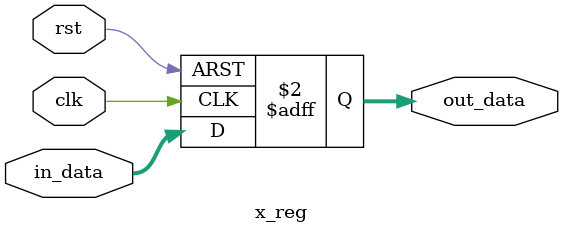
<source format=v>
`timescale 1ns / 1ps


module x_reg (
    input clk,
    input rst,
    input [31:0] in_data,
    output reg [31:0] out_data
);

  always @(posedge clk or posedge rst) begin
    if (rst)
      out_data <= 32'd0;
    else
      out_data <= in_data;
  end
endmodule
</source>
